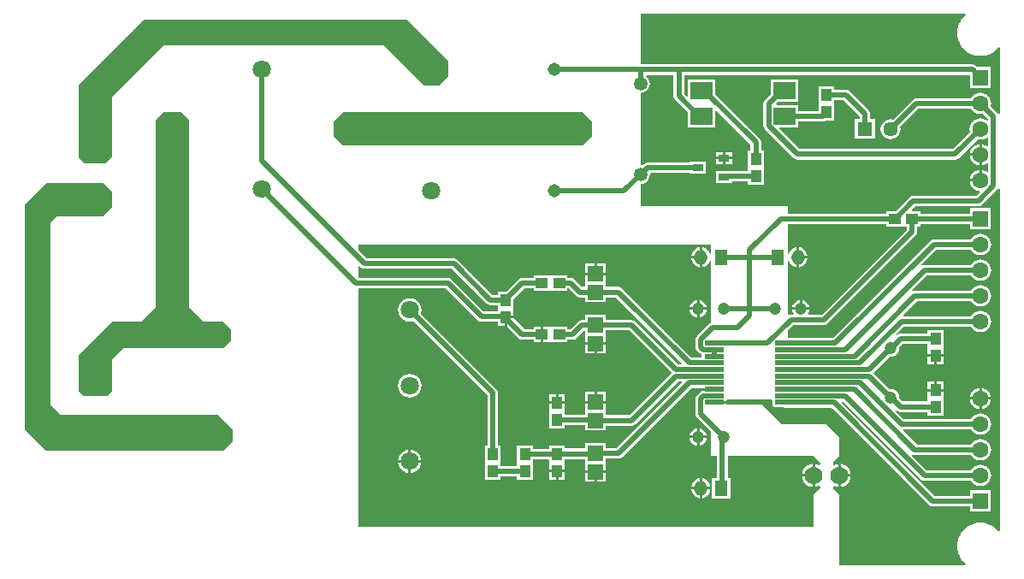
<source format=gtl>
G04*
G04 #@! TF.GenerationSoftware,Altium Limited,Altium Designer,21.4.1 (30)*
G04*
G04 Layer_Physical_Order=1*
G04 Layer_Color=255*
%FSTAX24Y24*%
%MOIN*%
G70*
G04*
G04 #@! TF.SameCoordinates,1087EDB9-1C9E-4751-9A69-D70096B2919A*
G04*
G04*
G04 #@! TF.FilePolarity,Positive*
G04*
G01*
G75*
%ADD17R,0.0613X0.0592*%
%ADD18R,0.0866X0.0669*%
%ADD19R,0.0413X0.0453*%
%ADD20R,0.0433X0.0276*%
%ADD21R,0.0453X0.0413*%
%ADD22R,0.0421X0.0475*%
G04:AMPARAMS|DCode=23|XSize=74.8mil|YSize=18.9mil|CornerRadius=2.4mil|HoleSize=0mil|Usage=FLASHONLY|Rotation=0.000|XOffset=0mil|YOffset=0mil|HoleType=Round|Shape=RoundedRectangle|*
%AMROUNDEDRECTD23*
21,1,0.0748,0.0142,0,0,0.0*
21,1,0.0701,0.0189,0,0,0.0*
1,1,0.0047,0.0350,-0.0071*
1,1,0.0047,-0.0350,-0.0071*
1,1,0.0047,-0.0350,0.0071*
1,1,0.0047,0.0350,0.0071*
%
%ADD23ROUNDEDRECTD23*%
%ADD38C,0.0571*%
%ADD39R,0.0571X0.0571*%
%ADD42C,0.0200*%
%ADD43R,0.0630X0.0630*%
%ADD44C,0.0630*%
%ADD45C,0.0472*%
%ADD46C,0.0787*%
%ADD47C,0.0709*%
%ADD48R,0.0709X0.0709*%
%ADD49C,0.0515*%
%ADD50C,0.0768*%
%ADD51O,0.0512X0.0591*%
%ADD52R,0.0512X0.0591*%
%ADD53C,0.0531*%
%ADD54C,0.0700*%
G36*
X02825Y03065D02*
Y03005D01*
X0279Y0297D01*
X0273Y0297D01*
X02575Y03125D01*
X01715Y03125D01*
X01515Y02925D01*
Y0269D01*
X0149Y02665D01*
X0141D01*
X01385Y0269D01*
X01385Y0297D01*
X0164Y03225D01*
X02665D01*
X02825Y03065D01*
D02*
G37*
G36*
X048429Y03245D02*
X048427Y032448D01*
X048404Y03243D01*
X04832Y032346D01*
X048302Y032323D01*
X048282Y032301D01*
X048217Y032202D01*
X048204Y032176D01*
X048189Y03215D01*
X048144Y032041D01*
X048136Y032012D01*
X048126Y031984D01*
X048103Y031868D01*
X048101Y031839D01*
X048097Y031809D01*
Y031691D01*
X048101Y031661D01*
X048103Y031632D01*
X048126Y031516D01*
X048136Y031488D01*
X048144Y031459D01*
X048189Y03135D01*
X048204Y031324D01*
X048217Y031298D01*
X048282Y031199D01*
X048302Y031177D01*
X04832Y031154D01*
X048404Y03107D01*
X048427Y031052D01*
X048449Y031032D01*
X048548Y030967D01*
X048574Y030954D01*
X0486Y030939D01*
X048709Y030893D01*
X048738Y030886D01*
X048766Y030876D01*
X048882Y030853D01*
X048911Y030851D01*
X048941Y030847D01*
X049059D01*
X049089Y030851D01*
X049118Y030853D01*
X049234Y030876D01*
X049262Y030886D01*
X049291Y030893D01*
X0494Y030939D01*
X049426Y030954D01*
X049452Y030967D01*
X049551Y031032D01*
X049573Y031052D01*
X049596Y03107D01*
X04968Y031154D01*
X049698Y031177D01*
X0497Y031179D01*
X04975Y03116D01*
Y028603D01*
X049741Y028596D01*
X049673Y028608D01*
X049659Y028629D01*
X049402Y028886D01*
X049404Y028892D01*
X049419Y029D01*
X049404Y029108D01*
X049362Y029209D01*
X049296Y029296D01*
X049209Y029362D01*
X049108Y029404D01*
X049Y029419D01*
X048892Y029404D01*
X048791Y029362D01*
X048704Y029296D01*
X048638Y029209D01*
X048635Y029204D01*
X0465D01*
X0465Y029204D01*
X046422Y029188D01*
X046356Y029144D01*
X046356Y029144D01*
X045589Y028377D01*
X0455Y028389D01*
X045399Y028376D01*
X045306Y028337D01*
X045225Y028275D01*
X045163Y028194D01*
X045124Y028101D01*
X045111Y028D01*
X045124Y027899D01*
X045163Y027806D01*
X045225Y027725D01*
X045306Y027663D01*
X045399Y027624D01*
X0455Y027611D01*
X045601Y027624D01*
X045694Y027663D01*
X045775Y027725D01*
X045837Y027806D01*
X045876Y027899D01*
X045889Y028D01*
X045877Y028089D01*
X046584Y028796D01*
X048635D01*
X048638Y028791D01*
X048704Y028704D01*
X048791Y028638D01*
X048892Y028596D01*
X049Y028581D01*
X049108Y028596D01*
X049114Y028598D01*
X049311Y028401D01*
Y028347D01*
X049261Y028323D01*
X049209Y028362D01*
X049108Y028404D01*
X049Y028419D01*
X048892Y028404D01*
X048791Y028362D01*
X048704Y028296D01*
X048638Y028209D01*
X048596Y028108D01*
X048581Y028D01*
X048596Y027892D01*
X048598Y027886D01*
X04793Y027218D01*
X041954D01*
X041154Y028019D01*
X041173Y028065D01*
X041897D01*
Y028296D01*
X042854D01*
X042932Y028312D01*
X042973Y028339D01*
X043307D01*
Y028958D01*
X043307Y028992D01*
X043307Y029042D01*
Y029131D01*
X043666D01*
X044296Y028501D01*
Y028385D01*
X044115D01*
Y027615D01*
X044885D01*
Y028385D01*
X044704D01*
Y028585D01*
X044688Y028663D01*
X044644Y02873D01*
X043895Y029479D01*
X043829Y029523D01*
X043751Y029539D01*
X043307D01*
Y029661D01*
X042693D01*
Y029042D01*
X042693Y029008D01*
X042693Y028958D01*
Y028704D01*
X041897D01*
Y028935D01*
X041054D01*
X041035Y028981D01*
X041119Y029065D01*
X041897D01*
Y029935D01*
X040831D01*
Y029354D01*
X040606Y029128D01*
X040562Y029062D01*
X040546Y028984D01*
Y028134D01*
X040562Y028056D01*
X040606Y02799D01*
X041726Y02687D01*
X041726Y02687D01*
X041792Y026826D01*
X04187Y026811D01*
X04187Y026811D01*
X048015D01*
X048093Y026826D01*
X048159Y02687D01*
X048886Y027598D01*
X048892Y027596D01*
X049Y027581D01*
X049108Y027596D01*
X049209Y027638D01*
X049261Y027677D01*
X049311Y027653D01*
Y027347D01*
X049261Y027323D01*
X049209Y027362D01*
X049108Y027404D01*
X04905Y027412D01*
Y027D01*
Y026588D01*
X049108Y026596D01*
X049209Y026638D01*
X049261Y026677D01*
X049311Y026653D01*
Y026347D01*
X049261Y026323D01*
X049209Y026362D01*
X049108Y026404D01*
X04905Y026412D01*
Y026D01*
X049D01*
Y02595D01*
X048588D01*
X048596Y025892D01*
X048638Y025791D01*
X048704Y025704D01*
X048791Y025638D01*
X048892Y025596D01*
X048956Y025587D01*
X048974Y025534D01*
X04884Y025401D01*
X046382D01*
X046382Y025401D01*
X046304Y025385D01*
X046238Y025341D01*
X046238Y025341D01*
X045703Y024807D01*
X045339D01*
Y024704D01*
X0415D01*
Y025D01*
X03575D01*
Y025859D01*
X035845Y025872D01*
X035934Y025909D01*
X036011Y025967D01*
X036069Y026044D01*
X036106Y026133D01*
X036119Y026228D01*
X036117Y026246D01*
X03616Y026296D01*
X037672D01*
Y026262D01*
X038305D01*
Y026738D01*
X037672D01*
Y026704D01*
X036033D01*
X035955Y026688D01*
X035889Y026644D01*
X035831Y026587D01*
X03575Y026597D01*
Y029403D01*
X035845Y029415D01*
X035934Y029452D01*
X036011Y029511D01*
X036069Y029587D01*
X036106Y029676D01*
X036119Y029772D01*
X036106Y029867D01*
X036069Y029956D01*
X036011Y030033D01*
X035974Y030061D01*
X035991Y030111D01*
X037046D01*
Y029287D01*
X037062Y029209D01*
X037106Y029143D01*
X037603Y028646D01*
Y028065D01*
X038669D01*
Y028712D01*
X038715Y028731D01*
X040046Y0274D01*
Y027161D01*
X039943D01*
Y026542D01*
X039943Y026508D01*
X039943Y026458D01*
Y026369D01*
X03913D01*
X039102Y026364D01*
X038695D01*
Y025888D01*
X039328D01*
Y025961D01*
X039943D01*
Y025839D01*
X040557D01*
Y026458D01*
X040557Y026492D01*
X040557Y026542D01*
Y027161D01*
X040454D01*
Y027484D01*
X040438Y027562D01*
X040394Y027628D01*
X038669Y029354D01*
Y029935D01*
X037603D01*
Y029288D01*
X037557Y029269D01*
X037454Y029372D01*
Y030111D01*
X048585D01*
Y029585D01*
X049415D01*
Y030415D01*
X048873D01*
X048829Y030459D01*
X048763Y030503D01*
X048685Y030519D01*
X03575D01*
Y0325D01*
X04841D01*
X048429Y03245D01*
D02*
G37*
G36*
X03385Y0283D02*
Y0277D01*
X0335Y02735D01*
X02415Y02735D01*
X0238Y0277D01*
Y0283D01*
X02415Y02865D01*
X0335D01*
X03385Y0283D01*
D02*
G37*
G36*
X0148Y0259D02*
X01515Y02555D01*
Y02495D01*
X0148Y0246D01*
X013Y0246D01*
X01275Y02435D01*
X01275Y01725D01*
X01315Y01685D01*
X0193D01*
X01985Y0163D01*
Y0158D01*
X0195Y01545D01*
X0126D01*
X01175Y0163D01*
Y02505D01*
X0126Y0259D01*
X0148Y0259D01*
D02*
G37*
G36*
X04975Y025669D02*
Y01234D01*
X0497Y012321D01*
X049698Y012323D01*
X04968Y012346D01*
X049596Y01243D01*
X049573Y012448D01*
X049551Y012468D01*
X049452Y012533D01*
X049426Y012546D01*
X0494Y012561D01*
X049291Y012607D01*
X049262Y012614D01*
X049234Y012624D01*
X049118Y012647D01*
X049089Y012649D01*
X049059Y012653D01*
X048941D01*
X048911Y012649D01*
X048882Y012647D01*
X048766Y012624D01*
X048738Y012614D01*
X048709Y012607D01*
X0486Y012561D01*
X048574Y012546D01*
X048548Y012533D01*
X048449Y012468D01*
X048427Y012448D01*
X048404Y01243D01*
X04832Y012346D01*
X048302Y012323D01*
X048282Y012301D01*
X048217Y012202D01*
X048204Y012176D01*
X048189Y01215D01*
X048144Y012041D01*
X048136Y012012D01*
X048126Y011984D01*
X048103Y011868D01*
X048101Y011839D01*
X048097Y011809D01*
Y011691D01*
X048101Y011661D01*
X048103Y011632D01*
X048126Y011516D01*
X048136Y011488D01*
X048144Y011459D01*
X048189Y01135D01*
X048204Y011324D01*
X048217Y011298D01*
X048282Y011199D01*
X048302Y011177D01*
X04832Y011154D01*
X048404Y01107D01*
X048427Y011052D01*
X048429Y01105D01*
X04841Y011D01*
X0435D01*
Y01375D01*
X04325Y014D01*
Y014065D01*
X0433Y014096D01*
X043383Y014062D01*
X04345Y014053D01*
Y0145D01*
Y014947D01*
X043383Y014938D01*
X0433Y014904D01*
X04325Y014935D01*
Y015D01*
X0435Y01525D01*
Y016D01*
X043Y0165D01*
X04125D01*
X0405Y01725D01*
X039135Y01725D01*
X039098Y017298D01*
X03862D01*
Y017396D01*
X038632Y017398D01*
X039097D01*
Y0174D01*
X039134Y01745D01*
X040878Y01745D01*
X040903Y017419D01*
Y017278D01*
X040913Y017229D01*
X04094Y017188D01*
X040981Y017161D01*
X04103Y017152D01*
X041345D01*
X04138Y017145D01*
X043211D01*
X047Y013356D01*
X047066Y013312D01*
X047144Y013296D01*
X048585D01*
Y013085D01*
X049415D01*
Y013915D01*
X048585D01*
Y013704D01*
X047228D01*
X043599Y017333D01*
X043617Y017386D01*
X043643Y017389D01*
X046677Y014356D01*
X046743Y014312D01*
X046821Y014296D01*
X048635D01*
X048638Y014291D01*
X048704Y014204D01*
X048791Y014138D01*
X048892Y014096D01*
X049Y014081D01*
X049108Y014096D01*
X049209Y014138D01*
X049296Y014204D01*
X049362Y014291D01*
X049404Y014392D01*
X049419Y0145D01*
X049404Y014608D01*
X049362Y014709D01*
X049296Y014796D01*
X049209Y014862D01*
X049108Y014904D01*
X049Y014919D01*
X048892Y014904D01*
X048791Y014862D01*
X048704Y014796D01*
X048638Y014709D01*
X048635Y014704D01*
X046905D01*
X046332Y015278D01*
X046364Y015316D01*
X046371Y015312D01*
X046449Y015296D01*
X048635D01*
X048638Y015291D01*
X048704Y015204D01*
X048791Y015138D01*
X048892Y015096D01*
X049Y015081D01*
X049108Y015096D01*
X049209Y015138D01*
X049296Y015204D01*
X049362Y015291D01*
X049404Y015392D01*
X049419Y0155D01*
X049404Y015608D01*
X049362Y015709D01*
X049296Y015796D01*
X049209Y015862D01*
X049108Y015904D01*
X049Y015919D01*
X048892Y015904D01*
X048791Y015862D01*
X048704Y015796D01*
X048638Y015709D01*
X048635Y015704D01*
X046533D01*
X045987Y01625D01*
X046007Y016296D01*
X048635D01*
X048638Y016291D01*
X048704Y016204D01*
X048791Y016138D01*
X048892Y016096D01*
X049Y016081D01*
X049108Y016096D01*
X049209Y016138D01*
X049296Y016204D01*
X049362Y016291D01*
X049404Y016392D01*
X049419Y0165D01*
X049404Y016608D01*
X049362Y016709D01*
X049296Y016796D01*
X049209Y016862D01*
X049108Y016904D01*
X049Y016919D01*
X048892Y016904D01*
X048791Y016862D01*
X048704Y016796D01*
X048638Y016709D01*
X048635Y016704D01*
X046007D01*
X045716Y016994D01*
X04575Y017031D01*
X045816Y016986D01*
X045894Y016971D01*
X04694D01*
Y016837D01*
X04756D01*
Y017488D01*
Y017775D01*
X04725D01*
X04694D01*
Y017488D01*
Y017379D01*
X045978D01*
X045837Y01752D01*
X045839Y017539D01*
X045828Y017627D01*
X045794Y017709D01*
X04574Y017779D01*
X04567Y017833D01*
X045588Y017867D01*
X0455Y017878D01*
X045455Y017873D01*
X044828Y0185D01*
X045455Y019127D01*
X0455Y019122D01*
X045588Y019133D01*
X04567Y019167D01*
X04574Y019221D01*
X045794Y019291D01*
X045828Y019373D01*
X045839Y019461D01*
X045837Y01948D01*
X045978Y019621D01*
X04694D01*
Y019488D01*
Y019225D01*
X04725D01*
Y019175D01*
D01*
Y019225D01*
X04756D01*
Y019488D01*
Y020163D01*
X04694D01*
Y020029D01*
X045894D01*
X045816Y020014D01*
X04575Y019969D01*
X045716Y020006D01*
X046007Y020296D01*
X048635D01*
X048638Y020291D01*
X048704Y020204D01*
X048791Y020138D01*
X048892Y020096D01*
X049Y020081D01*
X049108Y020096D01*
X049209Y020138D01*
X049296Y020204D01*
X049362Y020291D01*
X049404Y020392D01*
X049419Y0205D01*
X049404Y020608D01*
X049362Y020709D01*
X049296Y020796D01*
X049209Y020862D01*
X049108Y020904D01*
X049Y020919D01*
X048892Y020904D01*
X048791Y020862D01*
X048704Y020796D01*
X048638Y020709D01*
X048635Y020704D01*
X046007D01*
X045987Y02075D01*
X046533Y021296D01*
X048635D01*
X048638Y021291D01*
X048704Y021204D01*
X048791Y021138D01*
X048892Y021096D01*
X049Y021081D01*
X049108Y021096D01*
X049209Y021138D01*
X049296Y021204D01*
X049362Y021291D01*
X049404Y021392D01*
X049419Y0215D01*
X049404Y021608D01*
X049362Y021709D01*
X049296Y021796D01*
X049209Y021862D01*
X049108Y021904D01*
X049Y021919D01*
X048892Y021904D01*
X048791Y021862D01*
X048704Y021796D01*
X048638Y021709D01*
X048635Y021704D01*
X046449D01*
X046371Y021688D01*
X046364Y021684D01*
X046332Y021722D01*
X046905Y022296D01*
X048635D01*
X048638Y022291D01*
X048704Y022204D01*
X048791Y022138D01*
X048892Y022096D01*
X049Y022081D01*
X049108Y022096D01*
X049209Y022138D01*
X049296Y022204D01*
X049362Y022291D01*
X049404Y022392D01*
X049419Y0225D01*
X049404Y022608D01*
X049362Y022709D01*
X049296Y022796D01*
X049209Y022862D01*
X049108Y022904D01*
X049Y022919D01*
X048892Y022904D01*
X048791Y022862D01*
X048704Y022796D01*
X048638Y022709D01*
X048635Y022704D01*
X046821D01*
X046743Y022688D01*
X046736Y022684D01*
X046704Y022722D01*
X047277Y023296D01*
X048635D01*
X048638Y023291D01*
X048704Y023204D01*
X048791Y023138D01*
X048892Y023096D01*
X049Y023081D01*
X049108Y023096D01*
X049209Y023138D01*
X049296Y023204D01*
X049362Y023291D01*
X049404Y023392D01*
X049419Y0235D01*
X049404Y023608D01*
X049362Y023709D01*
X049296Y023796D01*
X049209Y023862D01*
X049108Y023904D01*
X049Y023919D01*
X048892Y023904D01*
X048791Y023862D01*
X048704Y023796D01*
X048638Y023709D01*
X048635Y023704D01*
X047193D01*
X047115Y023688D01*
X047049Y023644D01*
X04326Y019855D01*
X0415D01*
Y02015D01*
X04171Y02036D01*
X042905D01*
X042983Y020375D01*
X043049Y02042D01*
X046479Y023849D01*
X046523Y023915D01*
X046539Y023993D01*
Y024193D01*
X046661D01*
Y024296D01*
X048585D01*
Y024085D01*
X049415D01*
Y024915D01*
X048585D01*
Y024704D01*
X046661D01*
Y024807D01*
X046345D01*
X046326Y024853D01*
X046466Y024993D01*
X048925D01*
X049003Y025008D01*
X049069Y025052D01*
X049659Y025643D01*
X049673Y025664D01*
X049741Y025675D01*
X04975Y025669D01*
D02*
G37*
G36*
X0385Y023143D02*
X038453Y023132D01*
X038417Y023219D01*
X03836Y023293D01*
X038286Y02335D01*
X038199Y023386D01*
X038156Y023392D01*
Y023D01*
Y022608D01*
X038199Y022614D01*
X038286Y02265D01*
X03836Y022707D01*
X038417Y022781D01*
X038453Y022868D01*
X0385Y022857D01*
Y020448D01*
X038479Y020444D01*
X038413Y0204D01*
X038413Y0204D01*
X037952Y019939D01*
X037908Y019872D01*
X037892Y019794D01*
Y019509D01*
X037908Y019431D01*
X037952Y019365D01*
X038059Y019257D01*
X038126Y019213D01*
X038144Y019209D01*
Y019088D01*
X037744D01*
X035042Y02179D01*
X034976Y021834D01*
X034898Y021849D01*
X034406D01*
Y021958D01*
Y022305D01*
X034D01*
X033594D01*
Y021958D01*
Y021849D01*
X033478D01*
X033183Y022144D01*
X033117Y022188D01*
X033039Y022204D01*
X032911D01*
Y022307D01*
X032258D01*
Y022307D01*
X032242D01*
Y022307D01*
X031589D01*
Y022204D01*
X031146D01*
X031068Y022188D01*
X031001Y022144D01*
X030518Y021661D01*
X030193D01*
Y021539D01*
X03D01*
X028644Y022894D01*
X028578Y022938D01*
X0285Y022954D01*
X025084D01*
X02475Y023288D01*
Y0235D01*
X0385D01*
Y023143D01*
D02*
G37*
G36*
X045339Y024193D02*
X045958D01*
X045992Y024193D01*
Y024193D01*
X046008D01*
Y024193D01*
X046131D01*
Y024078D01*
X042821Y020768D01*
X042302D01*
X04228Y020813D01*
X042294Y02083D01*
X042328Y020912D01*
X042333Y02095D01*
X042D01*
Y021D01*
D01*
Y02095D01*
X041667D01*
X041672Y020912D01*
X041706Y02083D01*
X04172Y020813D01*
X041698Y020768D01*
X041625D01*
X04155Y020753D01*
X041541Y020752D01*
X0415Y020778D01*
Y022857D01*
X041547Y022868D01*
X041583Y022781D01*
X04164Y022707D01*
X041714Y02265D01*
X041801Y022614D01*
X041844Y022608D01*
Y023D01*
Y023392D01*
X041801Y023386D01*
X041714Y02335D01*
X04164Y023293D01*
X041583Y023219D01*
X041547Y023132D01*
X0415Y023143D01*
Y024296D01*
X045339D01*
Y024193D01*
D02*
G37*
G36*
X024856Y022606D02*
X024922Y022562D01*
X025Y022546D01*
X025Y022546D01*
X028416D01*
X029771Y02119D01*
X029837Y021146D01*
X029915Y021131D01*
X030193D01*
Y021008D01*
X030193D01*
Y020992D01*
X030193D01*
Y020893D01*
X029645D01*
X028394Y022144D01*
X028328Y022188D01*
X02825Y022204D01*
X024762D01*
X02475Y022216D01*
Y022646D01*
X024796Y022665D01*
X024856Y022606D01*
D02*
G37*
G36*
X031589Y021693D02*
X032242D01*
Y021693D01*
X032258D01*
Y021693D01*
X032911D01*
Y02178D01*
X032961Y02179D01*
X033249Y021501D01*
X033316Y021457D01*
X033394Y021441D01*
X033594D01*
Y021249D01*
X034406D01*
Y021441D01*
X034814D01*
X037377Y018878D01*
X037358Y018832D01*
X037227D01*
X03556Y020499D01*
X035494Y020543D01*
X035416Y020559D01*
X034406D01*
Y020751D01*
X033594D01*
Y020559D01*
X033466D01*
X033388Y020543D01*
X033321Y020499D01*
X033027Y020204D01*
X032911D01*
Y020307D01*
X032258D01*
Y020307D01*
X032242D01*
Y020307D01*
X031965D01*
Y02D01*
Y019693D01*
X032242D01*
Y019693D01*
X032258D01*
Y019693D01*
X032911D01*
Y019796D01*
X033111D01*
X033189Y019812D01*
X033255Y019856D01*
X033544Y020144D01*
X033594Y020135D01*
Y019958D01*
Y019695D01*
X034D01*
X034406D01*
Y019958D01*
Y020151D01*
X035331D01*
X036982Y0185D01*
X035331Y016849D01*
X034406D01*
Y016958D01*
Y017305D01*
X034D01*
X033594D01*
Y016958D01*
Y016859D01*
X032842D01*
X032807Y016895D01*
X032807Y016992D01*
X032807Y017042D01*
Y017285D01*
X032193D01*
Y017042D01*
X032193Y017008D01*
X032193Y016958D01*
Y016339D01*
X032807D01*
Y016451D01*
X033594D01*
Y016249D01*
X034406D01*
Y016441D01*
X035416D01*
X035494Y016457D01*
X03556Y016501D01*
X037227Y018168D01*
X037358D01*
X037377Y018122D01*
X034814Y015559D01*
X034406D01*
Y015751D01*
X033594D01*
Y015549D01*
X032807D01*
Y015661D01*
X032193D01*
Y015539D01*
X031557D01*
Y015661D01*
X030943D01*
Y015042D01*
X030943Y015008D01*
X030943Y014958D01*
Y014869D01*
X030342D01*
X030307Y014905D01*
X030307Y014992D01*
X030307Y015042D01*
Y015661D01*
X030204D01*
Y017713D01*
X030188Y017791D01*
X030144Y017857D01*
X027192Y020809D01*
X027202Y020834D01*
X027218Y020953D01*
X027202Y021071D01*
X027157Y021182D01*
X027084Y021277D01*
X026989Y02135D01*
X026878Y021395D01*
X02676Y021411D01*
X026641Y021395D01*
X026531Y02135D01*
X026436Y021277D01*
X026363Y021182D01*
X026317Y021071D01*
X026302Y020953D01*
X026317Y020834D01*
X026363Y020724D01*
X026436Y020629D01*
X026531Y020556D01*
X026641Y02051D01*
X02676Y020495D01*
X026878Y02051D01*
X026904Y020521D01*
X029796Y017628D01*
Y015661D01*
X029693D01*
Y015042D01*
X029693Y015008D01*
X029693Y014958D01*
Y014339D01*
X030307D01*
Y014461D01*
X030943D01*
Y014339D01*
X031557D01*
Y014958D01*
X031557Y014992D01*
X031557Y015042D01*
Y015131D01*
X032158D01*
X032193Y015095D01*
X032193Y015008D01*
X032193Y014958D01*
Y014715D01*
X0325D01*
X032807D01*
Y014958D01*
X032807Y014992D01*
X032807Y015042D01*
Y015141D01*
X033594D01*
Y014958D01*
Y014695D01*
X034D01*
X034406D01*
Y014958D01*
Y015151D01*
X034898D01*
X034976Y015166D01*
X035042Y01521D01*
X037744Y017912D01*
X038144D01*
Y01791D01*
X03862D01*
Y01781D01*
X038144D01*
Y017791D01*
X038126Y017787D01*
X038059Y017743D01*
X037952Y017635D01*
X037908Y017569D01*
X037892Y017491D01*
Y016904D01*
X037908Y016826D01*
X037952Y01676D01*
X0385Y016212D01*
Y01525D01*
X038744D01*
Y014395D01*
X038538D01*
Y013605D01*
X03925D01*
Y014395D01*
X039152D01*
Y01525D01*
X0425Y01525D01*
X04275Y015D01*
Y014935D01*
X0427Y014904D01*
X042617Y014938D01*
X04255Y014947D01*
Y0145D01*
Y014053D01*
X042617Y014062D01*
X0427Y014096D01*
X04275Y014065D01*
Y014D01*
X0425Y01375D01*
Y0125D01*
X02475D01*
Y021796D01*
X028166D01*
X029416Y020545D01*
X029482Y020501D01*
X02956Y020486D01*
X030193D01*
Y020339D01*
X03045D01*
Y020665D01*
X0305D01*
Y020715D01*
X030807D01*
Y020992D01*
X030807D01*
Y021008D01*
X030807D01*
Y021373D01*
X03123Y021796D01*
X031589D01*
Y021693D01*
D02*
G37*
G36*
X01815Y02835D02*
Y02105D01*
X0187Y0205D01*
X0195D01*
X0198Y0202D01*
Y01975D01*
X0195Y01945D01*
X0156D01*
X01515Y019D01*
Y0178D01*
X01495Y0176D01*
X01405D01*
X01385Y0178D01*
Y0192D01*
X01515Y0205D01*
X0163D01*
X01685Y02105D01*
X01685Y02835D01*
X01715Y02865D01*
X01785D01*
X01815Y02835D01*
D02*
G37*
%LPC*%
G36*
X04895Y027412D02*
X048892Y027404D01*
X048791Y027362D01*
X048704Y027296D01*
X048638Y027209D01*
X048596Y027108D01*
X048588Y02705D01*
X04895D01*
Y027412D01*
D02*
G37*
G36*
X039328Y027112D02*
X039062D01*
Y026924D01*
X039328D01*
Y027112D01*
D02*
G37*
G36*
X038962D02*
X038695D01*
Y026924D01*
X038962D01*
Y027112D01*
D02*
G37*
G36*
X039328Y026824D02*
X039062D01*
Y026636D01*
X039328D01*
Y026824D01*
D02*
G37*
G36*
X038962D02*
X038695D01*
Y026636D01*
X038962D01*
Y026824D01*
D02*
G37*
G36*
X04895Y02695D02*
X048588D01*
X048596Y026892D01*
X048638Y026791D01*
X048704Y026704D01*
X048791Y026638D01*
X048892Y026596D01*
X04895Y026588D01*
Y02695D01*
D02*
G37*
G36*
Y026412D02*
X048892Y026404D01*
X048791Y026362D01*
X048704Y026296D01*
X048638Y026209D01*
X048596Y026108D01*
X048588Y02605D01*
X04895D01*
Y026412D01*
D02*
G37*
G36*
X04756Y019125D02*
X0473D01*
Y018837D01*
X04756D01*
Y019125D01*
D02*
G37*
G36*
X0472D02*
X04694D01*
Y018837D01*
X0472D01*
Y019125D01*
D02*
G37*
G36*
X04756Y018163D02*
X0473D01*
Y017875D01*
X04756D01*
Y018163D01*
D02*
G37*
G36*
X0472D02*
X04694D01*
Y017875D01*
X0472D01*
Y018163D01*
D02*
G37*
G36*
X04905Y017912D02*
Y01755D01*
X049412D01*
X049404Y017608D01*
X049362Y017709D01*
X049296Y017796D01*
X049209Y017862D01*
X049108Y017904D01*
X04905Y017912D01*
D02*
G37*
G36*
X04895D02*
X048892Y017904D01*
X048791Y017862D01*
X048704Y017796D01*
X048638Y017709D01*
X048596Y017608D01*
X048588Y01755D01*
X04895D01*
Y017912D01*
D02*
G37*
G36*
X049412Y01745D02*
X04905D01*
Y017088D01*
X049108Y017096D01*
X049209Y017138D01*
X049296Y017204D01*
X049362Y017291D01*
X049404Y017392D01*
X049412Y01745D01*
D02*
G37*
G36*
X04895D02*
X048588D01*
X048596Y017392D01*
X048638Y017291D01*
X048704Y017204D01*
X048791Y017138D01*
X048892Y017096D01*
X04895Y017088D01*
Y01745D01*
D02*
G37*
G36*
X04355Y014947D02*
Y01455D01*
X043947D01*
X043938Y014617D01*
X043893Y014727D01*
X043821Y014821D01*
X043727Y014893D01*
X043617Y014938D01*
X04355Y014947D01*
D02*
G37*
G36*
X043947Y01445D02*
X04355D01*
Y014053D01*
X043617Y014062D01*
X043727Y014107D01*
X043821Y014179D01*
X043893Y014273D01*
X043938Y014383D01*
X043947Y01445D01*
D02*
G37*
G36*
X038056Y023392D02*
X038013Y023386D01*
X037927Y02335D01*
X037852Y023293D01*
X037795Y023219D01*
X03776Y023132D01*
X037749Y02305D01*
X038056D01*
Y023392D01*
D02*
G37*
G36*
Y02295D02*
X037749D01*
X03776Y022868D01*
X037795Y022781D01*
X037852Y022707D01*
X037927Y02265D01*
X038013Y022614D01*
X038056Y022608D01*
Y02295D01*
D02*
G37*
G36*
X034406Y022751D02*
X03405D01*
Y022405D01*
X034406D01*
Y022751D01*
D02*
G37*
G36*
X03395D02*
X033594D01*
Y022405D01*
X03395D01*
Y022751D01*
D02*
G37*
G36*
X03805Y021333D02*
Y02105D01*
X038333D01*
X038328Y021088D01*
X038294Y02117D01*
X03824Y02124D01*
X03817Y021294D01*
X038088Y021328D01*
X03805Y021333D01*
D02*
G37*
G36*
X03795D02*
X037912Y021328D01*
X03783Y021294D01*
X03776Y02124D01*
X037706Y02117D01*
X037672Y021088D01*
X037667Y02105D01*
X03795D01*
Y021333D01*
D02*
G37*
G36*
X038333Y02095D02*
X03805D01*
Y020667D01*
X038088Y020672D01*
X03817Y020706D01*
X03824Y02076D01*
X038294Y02083D01*
X038328Y020912D01*
X038333Y02095D01*
D02*
G37*
G36*
X03795D02*
X037667D01*
X037672Y020912D01*
X037706Y02083D01*
X03776Y02076D01*
X03783Y020706D01*
X037912Y020672D01*
X03795Y020667D01*
Y02095D01*
D02*
G37*
G36*
X041944Y023392D02*
Y02305D01*
X042251D01*
X04224Y023132D01*
X042205Y023219D01*
X042148Y023293D01*
X042073Y02335D01*
X041987Y023386D01*
X041944Y023392D01*
D02*
G37*
G36*
X042251Y02295D02*
X041944D01*
Y022608D01*
X041987Y022614D01*
X042073Y02265D01*
X042148Y022707D01*
X042205Y022781D01*
X04224Y022868D01*
X042251Y02295D01*
D02*
G37*
G36*
X04205Y021333D02*
Y02105D01*
X042333D01*
X042328Y021088D01*
X042294Y02117D01*
X04224Y02124D01*
X04217Y021294D01*
X042088Y021328D01*
X04205Y021333D01*
D02*
G37*
G36*
X04195D02*
X041912Y021328D01*
X04183Y021294D01*
X04176Y02124D01*
X041706Y02117D01*
X041672Y021088D01*
X041667Y02105D01*
X04195D01*
Y021333D01*
D02*
G37*
G36*
X030819Y020615D02*
X03055D01*
Y020307D01*
X031001Y019856D01*
X031068Y019812D01*
X031146Y019796D01*
X031589D01*
Y019693D01*
X031865D01*
Y02D01*
Y020307D01*
X031589D01*
Y020204D01*
X03123D01*
X030819Y020615D01*
D02*
G37*
G36*
X034406Y019595D02*
X03405D01*
Y019249D01*
X034406D01*
Y019595D01*
D02*
G37*
G36*
X03395D02*
X033594D01*
Y019249D01*
X03395D01*
Y019595D01*
D02*
G37*
G36*
X02676Y018458D02*
X026641Y018443D01*
X026531Y018397D01*
X026436Y018324D01*
X026363Y018229D01*
X026317Y018119D01*
X026302Y018D01*
X026317Y017881D01*
X026363Y017771D01*
X026436Y017676D01*
X026531Y017603D01*
X026641Y017557D01*
X02676Y017542D01*
X026878Y017557D01*
X026989Y017603D01*
X027084Y017676D01*
X027157Y017771D01*
X027202Y017881D01*
X027218Y018D01*
X027202Y018119D01*
X027157Y018229D01*
X027084Y018324D01*
X026989Y018397D01*
X026878Y018443D01*
X02676Y018458D01*
D02*
G37*
G36*
X034406Y017751D02*
X03405D01*
Y017405D01*
X034406D01*
Y017751D01*
D02*
G37*
G36*
X03395D02*
X033594D01*
Y017405D01*
X03395D01*
Y017751D01*
D02*
G37*
G36*
X032807Y017661D02*
X03255D01*
Y017385D01*
X032807D01*
Y017661D01*
D02*
G37*
G36*
X03245D02*
X032193D01*
Y017385D01*
X03245D01*
Y017661D01*
D02*
G37*
G36*
X03805Y016333D02*
Y01605D01*
X038333D01*
X038328Y016088D01*
X038294Y01617D01*
X03824Y01624D01*
X03817Y016294D01*
X038088Y016328D01*
X03805Y016333D01*
D02*
G37*
G36*
X03795D02*
X037912Y016328D01*
X03783Y016294D01*
X03776Y01624D01*
X037706Y01617D01*
X037672Y016088D01*
X037667Y01605D01*
X03795D01*
Y016333D01*
D02*
G37*
G36*
X038333Y01595D02*
X03805D01*
Y015667D01*
X038088Y015672D01*
X03817Y015706D01*
X03824Y01576D01*
X038294Y01583D01*
X038328Y015912D01*
X038333Y01595D01*
D02*
G37*
G36*
X03795D02*
X037667D01*
X037672Y015912D01*
X037706Y01583D01*
X03776Y01576D01*
X03783Y015706D01*
X037912Y015672D01*
X03795Y015667D01*
Y01595D01*
D02*
G37*
G36*
X02681Y015499D02*
Y015097D01*
X027212D01*
X027202Y015166D01*
X027157Y015276D01*
X027084Y015371D01*
X026989Y015444D01*
X026878Y01549D01*
X02681Y015499D01*
D02*
G37*
G36*
X02671D02*
X026641Y01549D01*
X026531Y015444D01*
X026436Y015371D01*
X026363Y015276D01*
X026317Y015166D01*
X026308Y015097D01*
X02671D01*
Y015499D01*
D02*
G37*
G36*
X027212Y014997D02*
X02681D01*
Y014596D01*
X026878Y014605D01*
X026989Y01465D01*
X027084Y014723D01*
X027157Y014818D01*
X027202Y014929D01*
X027212Y014997D01*
D02*
G37*
G36*
X02671D02*
X026308D01*
X026317Y014929D01*
X026363Y014818D01*
X026436Y014723D01*
X026531Y01465D01*
X026641Y014605D01*
X02671Y014596D01*
Y014997D01*
D02*
G37*
G36*
X04245Y014947D02*
X042383Y014938D01*
X042273Y014893D01*
X042179Y014821D01*
X042107Y014727D01*
X042062Y014617D01*
X042053Y01455D01*
X04245D01*
Y014947D01*
D02*
G37*
G36*
X032807Y014615D02*
X03255D01*
Y014339D01*
X032807D01*
Y014615D01*
D02*
G37*
G36*
X03245D02*
X032193D01*
Y014339D01*
X03245D01*
Y014615D01*
D02*
G37*
G36*
X034406Y014595D02*
X03405D01*
Y014249D01*
X034406D01*
Y014595D01*
D02*
G37*
G36*
X03395D02*
X033594D01*
Y014249D01*
X03395D01*
Y014595D01*
D02*
G37*
G36*
X04245Y01445D02*
X042053D01*
X042062Y014383D01*
X042107Y014273D01*
X042179Y014179D01*
X042273Y014107D01*
X042383Y014062D01*
X04245Y014053D01*
Y01445D01*
D02*
G37*
G36*
X038156Y014392D02*
Y01405D01*
X038464D01*
X038453Y014132D01*
X038417Y014219D01*
X03836Y014293D01*
X038286Y01435D01*
X038199Y014386D01*
X038156Y014392D01*
D02*
G37*
G36*
X038056Y014392D02*
X038013Y014386D01*
X037927Y01435D01*
X037852Y014293D01*
X037795Y014219D01*
X03776Y014132D01*
X037749Y01405D01*
X038056D01*
Y014392D01*
D02*
G37*
G36*
X038464Y01395D02*
X038156D01*
Y013608D01*
X038199Y013614D01*
X038286Y01365D01*
X03836Y013707D01*
X038417Y013781D01*
X038453Y013868D01*
X038464Y01395D01*
D02*
G37*
G36*
X038056D02*
X037749D01*
X03776Y013868D01*
X037795Y013781D01*
X037852Y013707D01*
X037927Y01365D01*
X038013Y013614D01*
X038056Y013608D01*
Y01395D01*
D02*
G37*
%LPD*%
D17*
X034Y022355D02*
D03*
Y021645D02*
D03*
Y019645D02*
D03*
Y020355D02*
D03*
Y017355D02*
D03*
Y016645D02*
D03*
Y014645D02*
D03*
Y015355D02*
D03*
D18*
X038136Y0285D02*
D03*
Y0295D02*
D03*
X041364D02*
D03*
Y0285D02*
D03*
D19*
X043Y029335D02*
D03*
Y028665D02*
D03*
X04025Y026835D02*
D03*
Y026165D02*
D03*
X0305Y021335D02*
D03*
Y020665D02*
D03*
X03125Y015335D02*
D03*
Y014665D02*
D03*
X03Y014665D02*
D03*
Y015335D02*
D03*
X0325Y017335D02*
D03*
Y016665D02*
D03*
Y014665D02*
D03*
Y015335D02*
D03*
D20*
X037988Y0265D02*
D03*
X039012Y026874D02*
D03*
Y026126D02*
D03*
D21*
X031915Y022D02*
D03*
X032585D02*
D03*
X031915Y02D02*
D03*
X032585D02*
D03*
X046335Y0245D02*
D03*
X045665D02*
D03*
D22*
X04725Y019175D02*
D03*
Y019825D02*
D03*
Y017825D02*
D03*
Y017175D02*
D03*
D23*
X03862Y019652D02*
D03*
Y019396D02*
D03*
Y01914D02*
D03*
Y018884D02*
D03*
Y018628D02*
D03*
Y018372D02*
D03*
Y018116D02*
D03*
Y01786D02*
D03*
Y017604D02*
D03*
Y017348D02*
D03*
X04138D02*
D03*
Y017604D02*
D03*
Y01786D02*
D03*
Y018116D02*
D03*
Y018372D02*
D03*
Y018628D02*
D03*
Y018884D02*
D03*
Y01914D02*
D03*
Y019396D02*
D03*
Y019652D02*
D03*
D38*
X0455Y028D02*
D03*
D39*
X0445D02*
D03*
D42*
X02956Y02069D02*
X030393D01*
X024677Y022D02*
X02825D01*
X02956Y02069D01*
X029915Y021335D02*
X0305D01*
X025Y02275D02*
X0285D01*
X029915Y021335D01*
X030393Y02069D02*
X030417Y020665D01*
X0305D01*
X021Y02675D02*
X025Y02275D01*
X021Y025677D02*
X024677Y022D01*
X021Y02675D02*
Y030323D01*
X02676Y020953D02*
X03Y017713D01*
Y015335D02*
Y017713D01*
X0305Y021354D02*
X031146Y022D01*
X031915D01*
X043Y029335D02*
X043751D01*
X0445Y028D02*
Y028585D01*
X043751Y029335D02*
X0445Y028585D01*
X041217Y0245D02*
X045685D01*
X042854Y0285D02*
X043Y028646D01*
X041364Y0285D02*
X042854D01*
X043Y028646D02*
Y028665D01*
X0455Y028D02*
X0465Y029D01*
X049D01*
X049515Y025787D02*
Y028485D01*
X046382Y025197D02*
X048925D01*
X049515Y025787D01*
X049Y029D02*
X049515Y028485D01*
X04075Y028134D02*
Y028984D01*
X048015Y027015D02*
X049Y028D01*
X04187Y027015D02*
X048015D01*
X04075Y028134D02*
X04187Y027015D01*
X041266Y0295D02*
X041364D01*
X04075Y028984D02*
X041266Y0295D01*
X04Y023283D02*
X041217Y0245D01*
X045685D02*
X046382Y025197D01*
X04Y023D02*
Y023283D01*
X038894Y023D02*
X04D01*
Y021D02*
Y023D01*
X041106D01*
X048685Y030315D02*
X049Y03D01*
X03725Y030315D02*
X048685D01*
X035761Y026228D02*
X036033Y0265D01*
X037988D01*
X03575Y026228D02*
X035761D01*
X035112Y025591D02*
X03575Y026228D01*
X032402Y025591D02*
X035112D01*
X039012Y026126D02*
X039091D01*
X03913Y026165D02*
X04025D01*
X039091Y026126D02*
X03913Y026165D01*
X038234Y0295D02*
X04025Y027484D01*
Y026835D02*
Y027484D01*
X038136Y0295D02*
X038234D01*
X03575Y030315D02*
X03725D01*
Y029287D02*
Y030315D01*
Y029287D02*
X038037Y0285D01*
X032402Y030315D02*
X03575D01*
Y029772D02*
Y030315D01*
X038037Y0285D02*
X038136D01*
X043295Y017348D02*
X047144Y0135D01*
X049D01*
X04138Y017348D02*
X043295D01*
X046821Y0145D02*
X049D01*
X043717Y017604D02*
X046821Y0145D01*
X04138Y017604D02*
X043717D01*
X04138Y01786D02*
X044089D01*
X046449Y0155D01*
X049D01*
X045922Y0165D02*
X049D01*
X044306Y018116D02*
X045922Y0165D01*
X04138Y018116D02*
X044306D01*
X042905Y020564D02*
X046335Y023993D01*
Y0245D01*
X041625Y020564D02*
X042905D01*
X03862Y019652D02*
X040713D01*
X041625Y020564D01*
X046315Y0245D02*
X049D01*
X043345Y019652D02*
X047193Y0235D01*
X049D01*
X04138Y019652D02*
X043345D01*
X043717Y019396D02*
X046821Y0225D01*
X049D01*
X04138Y019396D02*
X043717D01*
X044089Y01914D02*
X046449Y0215D01*
X049D01*
X04138Y01914D02*
X044089D01*
X045922Y0205D02*
X049D01*
X044306Y018884D02*
X045922Y0205D01*
X04138Y018884D02*
X044306D01*
X038096Y017491D02*
X038204Y017599D01*
X038615D01*
X038096Y016904D02*
Y017491D01*
X038615Y017599D02*
X03862Y017604D01*
X038096Y016904D02*
X039Y016D01*
X038948Y014054D02*
Y015948D01*
X038894Y014D02*
X038948Y014054D01*
Y015948D02*
X039Y016D01*
X04138Y018372D02*
X044667D01*
X04138Y018628D02*
X044667D01*
X0455Y019461D01*
X044667Y018372D02*
X0455Y017539D01*
X045529Y019461D02*
X045894Y019825D01*
X0455Y019461D02*
X045529D01*
X045894Y019825D02*
X04725D01*
X045529Y017539D02*
X045894Y017175D01*
X04725D01*
X0455Y017539D02*
X045529D01*
X038557Y020256D02*
X039539D01*
X038096Y019509D02*
Y019794D01*
Y019509D02*
X038204Y019401D01*
X038096Y019794D02*
X038557Y020256D01*
X038204Y019401D02*
X038615D01*
X039539Y020256D02*
X04Y020717D01*
X038615Y019401D02*
X03862Y019396D01*
X04Y020717D02*
Y021D01*
X041D01*
X039D02*
X04D01*
X03862Y01914D02*
Y019396D01*
X034898Y015355D02*
X03766Y018116D01*
X034Y015355D02*
X034898D01*
X03766Y018116D02*
X03862D01*
X035416Y016645D02*
X037142Y018372D01*
X03862D01*
X034Y016645D02*
X035416D01*
X03766Y018884D02*
X03862D01*
X034898Y021645D02*
X03766Y018884D01*
X034Y021645D02*
X034898D01*
X037142Y018628D02*
X03862D01*
X035416Y020355D02*
X037142Y018628D01*
X034Y020355D02*
X035416D01*
X031146Y02D02*
X031915D01*
X03048Y020665D02*
X031146Y02D01*
X03251Y016655D02*
X03399D01*
X0325Y016665D02*
X03251Y016655D01*
X03399D02*
X034Y016645D01*
X033466Y020355D02*
X034D01*
X033111Y02D02*
X033466Y020355D01*
X033039Y022D02*
X033394Y021645D01*
X032585Y022D02*
X033039D01*
X033394Y021645D02*
X034D01*
X032585Y02D02*
X033111D01*
X03251Y015345D02*
X03399D01*
X0325Y015335D02*
X03251Y015345D01*
X03399D02*
X034Y015355D01*
X0325Y015335D02*
X0325Y015335D01*
X03125Y015335D02*
X0325D01*
X03Y014665D02*
X03Y014665D01*
X03125D01*
D43*
X049Y03D02*
D03*
Y0135D02*
D03*
Y0245D02*
D03*
D44*
Y029D02*
D03*
Y028D02*
D03*
Y027D02*
D03*
Y026D02*
D03*
Y0145D02*
D03*
Y0155D02*
D03*
Y0165D02*
D03*
Y0175D02*
D03*
Y0235D02*
D03*
Y0225D02*
D03*
Y0215D02*
D03*
Y0205D02*
D03*
D45*
X0455Y017539D02*
D03*
Y019461D02*
D03*
X038Y021D02*
D03*
X039D02*
D03*
X042D02*
D03*
X041D02*
D03*
X038Y016D02*
D03*
X039D02*
D03*
D46*
X0245Y028D02*
D03*
X0175D02*
D03*
D47*
X021Y030323D02*
D03*
Y025677D02*
D03*
X0145Y01625D02*
D03*
Y02525D02*
D03*
X027598Y030315D02*
D03*
Y025591D02*
D03*
X02676Y018D02*
D03*
X01924Y019969D02*
D03*
Y016029D02*
D03*
X02676Y020953D02*
D03*
Y015047D02*
D03*
D48*
X0145Y01825D02*
D03*
Y02725D02*
D03*
D49*
X032402Y025591D02*
D03*
Y030315D02*
D03*
D50*
X033189Y028D02*
D03*
D51*
X038106Y023D02*
D03*
X041894D02*
D03*
X038106Y014D02*
D03*
D52*
X038894Y023D02*
D03*
X041106D02*
D03*
X038894Y014D02*
D03*
D53*
X03575Y026228D02*
D03*
Y029772D02*
D03*
D54*
X0425Y0145D02*
D03*
X0435Y0145D02*
D03*
M02*

</source>
